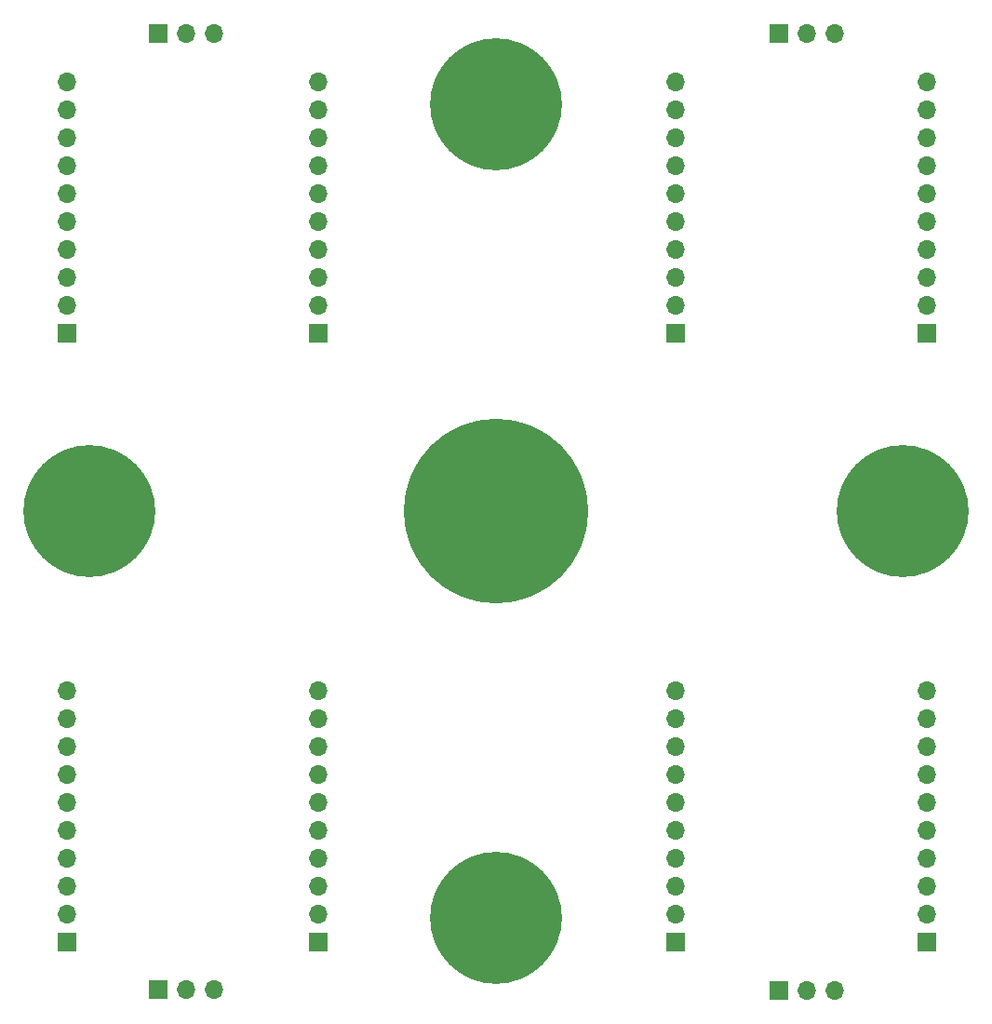
<source format=gbr>
%TF.GenerationSoftware,KiCad,Pcbnew,7.0.5-0*%
%TF.CreationDate,2023-08-23T15:32:02-04:00*%
%TF.ProjectId,quad_sipm,71756164-5f73-4697-906d-2e6b69636164,6.3*%
%TF.SameCoordinates,Original*%
%TF.FileFunction,Copper,L1,Top*%
%TF.FilePolarity,Positive*%
%FSLAX46Y46*%
G04 Gerber Fmt 4.6, Leading zero omitted, Abs format (unit mm)*
G04 Created by KiCad (PCBNEW 7.0.5-0) date 2023-08-23 15:32:02*
%MOMM*%
%LPD*%
G01*
G04 APERTURE LIST*
%TA.AperFunction,ComponentPad*%
%ADD10C,16.800000*%
%TD*%
%TA.AperFunction,ComponentPad*%
%ADD11C,12.000000*%
%TD*%
%TA.AperFunction,ComponentPad*%
%ADD12R,1.700000X1.700000*%
%TD*%
%TA.AperFunction,ComponentPad*%
%ADD13O,1.700000X1.700000*%
%TD*%
G04 APERTURE END LIST*
D10*
%TO.P,H2,1*%
%TO.N,N/C*%
X100000000Y-100000000D03*
%TD*%
D11*
%TO.P,H3,1*%
%TO.N,N/C*%
X100000000Y-137000000D03*
%TD*%
%TO.P,H4,1*%
%TO.N,N/C*%
X137000000Y-100000000D03*
%TD*%
%TO.P,H5,1*%
%TO.N,N/C*%
X63000000Y-100000000D03*
%TD*%
%TO.P,H1,1*%
%TO.N,N/C*%
X100000000Y-63000000D03*
%TD*%
D12*
%TO.P,J7,1,Pin_1*%
%TO.N,unconnected-(J7-Pin_1-Pad1)*%
X139146000Y-83820000D03*
D13*
%TO.P,J7,2,Pin_2*%
%TO.N,unconnected-(J7-Pin_2-Pad2)*%
X139146000Y-81280000D03*
%TO.P,J7,3,Pin_3*%
%TO.N,unconnected-(J7-Pin_3-Pad3)*%
X139146000Y-78740000D03*
%TO.P,J7,4,Pin_4*%
%TO.N,unconnected-(J7-Pin_4-Pad4)*%
X139146000Y-76200000D03*
%TO.P,J7,5,Pin_5*%
%TO.N,Net-(J3-Pin_3)*%
X139146000Y-73660000D03*
%TO.P,J7,6,Pin_6*%
%TO.N,unconnected-(J7-Pin_6-Pad6)*%
X139146000Y-71120000D03*
%TO.P,J7,7,Pin_7*%
%TO.N,unconnected-(J7-Pin_7-Pad7)*%
X139146000Y-68580000D03*
%TO.P,J7,8,Pin_8*%
%TO.N,unconnected-(J7-Pin_8-Pad8)*%
X139146000Y-66040000D03*
%TO.P,J7,9,Pin_9*%
%TO.N,unconnected-(J7-Pin_9-Pad9)*%
X139146000Y-63500000D03*
%TO.P,J7,10,Pin_10*%
%TO.N,unconnected-(J7-Pin_10-Pad10)*%
X139146000Y-60960000D03*
D12*
%TO.P,J7,11,Pin_1*%
%TO.N,unconnected-(J7-Pin_1-Pad11)*%
X116286000Y-83820000D03*
D13*
%TO.P,J7,12,Pin_2*%
%TO.N,unconnected-(J7-Pin_2-Pad12)*%
X116286000Y-81280000D03*
%TO.P,J7,13,Pin_3*%
%TO.N,unconnected-(J7-Pin_3-Pad13)*%
X116286000Y-78740000D03*
%TO.P,J7,14,Pin_4*%
%TO.N,unconnected-(J7-Pin_4-Pad14)*%
X116286000Y-76200000D03*
%TO.P,J7,15,Pin_5*%
%TO.N,Net-(J7-Pin_5-Pad15)*%
X116286000Y-73660000D03*
%TO.P,J7,16,Pin_6*%
%TO.N,unconnected-(J7-Pin_6-Pad16)*%
X116286000Y-71120000D03*
%TO.P,J7,17,Pin_7*%
%TO.N,unconnected-(J7-Pin_7-Pad17)*%
X116286000Y-68580000D03*
%TO.P,J7,18,Pin_8*%
%TO.N,unconnected-(J7-Pin_8-Pad18)*%
X116286000Y-66040000D03*
%TO.P,J7,19,Pin_9*%
%TO.N,unconnected-(J7-Pin_9-Pad19)*%
X116286000Y-63500000D03*
%TO.P,J7,20,Pin_10*%
%TO.N,unconnected-(J7-Pin_10-Pad20)*%
X116286000Y-60960000D03*
%TD*%
D12*
%TO.P,J8,1,Pin_1*%
%TO.N,unconnected-(J8-Pin_1-Pad1)*%
X83774000Y-83820000D03*
D13*
%TO.P,J8,2,Pin_2*%
%TO.N,unconnected-(J8-Pin_2-Pad2)*%
X83774000Y-81280000D03*
%TO.P,J8,3,Pin_3*%
%TO.N,unconnected-(J8-Pin_3-Pad3)*%
X83774000Y-78740000D03*
%TO.P,J8,4,Pin_4*%
%TO.N,unconnected-(J8-Pin_4-Pad4)*%
X83774000Y-76200000D03*
%TO.P,J8,5,Pin_5*%
%TO.N,Net-(J4-Pin_3)*%
X83774000Y-73660000D03*
%TO.P,J8,6,Pin_6*%
%TO.N,unconnected-(J8-Pin_6-Pad6)*%
X83774000Y-71120000D03*
%TO.P,J8,7,Pin_7*%
%TO.N,unconnected-(J8-Pin_7-Pad7)*%
X83774000Y-68580000D03*
%TO.P,J8,8,Pin_8*%
%TO.N,unconnected-(J8-Pin_8-Pad8)*%
X83774000Y-66040000D03*
%TO.P,J8,9,Pin_9*%
%TO.N,unconnected-(J8-Pin_9-Pad9)*%
X83774000Y-63500000D03*
%TO.P,J8,10,Pin_10*%
%TO.N,unconnected-(J8-Pin_10-Pad10)*%
X83774000Y-60960000D03*
D12*
%TO.P,J8,11,Pin_1*%
%TO.N,unconnected-(J8-Pin_1-Pad11)*%
X60914000Y-83820000D03*
D13*
%TO.P,J8,12,Pin_2*%
%TO.N,unconnected-(J8-Pin_2-Pad12)*%
X60914000Y-81280000D03*
%TO.P,J8,13,Pin_3*%
%TO.N,unconnected-(J8-Pin_3-Pad13)*%
X60914000Y-78740000D03*
%TO.P,J8,14,Pin_4*%
%TO.N,unconnected-(J8-Pin_4-Pad14)*%
X60914000Y-76200000D03*
%TO.P,J8,15,Pin_5*%
%TO.N,Net-(J8-Pin_5-Pad15)*%
X60914000Y-73660000D03*
%TO.P,J8,16,Pin_6*%
%TO.N,unconnected-(J8-Pin_6-Pad16)*%
X60914000Y-71120000D03*
%TO.P,J8,17,Pin_7*%
%TO.N,unconnected-(J8-Pin_7-Pad17)*%
X60914000Y-68580000D03*
%TO.P,J8,18,Pin_8*%
%TO.N,unconnected-(J8-Pin_8-Pad18)*%
X60914000Y-66040000D03*
%TO.P,J8,19,Pin_9*%
%TO.N,unconnected-(J8-Pin_9-Pad19)*%
X60914000Y-63500000D03*
%TO.P,J8,20,Pin_10*%
%TO.N,unconnected-(J8-Pin_10-Pad20)*%
X60914000Y-60960000D03*
%TD*%
D12*
%TO.P,J6,1,Pin_1*%
%TO.N,unconnected-(J6-Pin_1-Pad1)*%
X83774000Y-139192000D03*
D13*
%TO.P,J6,2,Pin_2*%
%TO.N,unconnected-(J6-Pin_2-Pad2)*%
X83774000Y-136652000D03*
%TO.P,J6,3,Pin_3*%
%TO.N,unconnected-(J6-Pin_3-Pad3)*%
X83774000Y-134112000D03*
%TO.P,J6,4,Pin_4*%
%TO.N,unconnected-(J6-Pin_4-Pad4)*%
X83774000Y-131572000D03*
%TO.P,J6,5,Pin_5*%
%TO.N,Net-(J2-Pin_3)*%
X83774000Y-129032000D03*
%TO.P,J6,6,Pin_6*%
%TO.N,unconnected-(J6-Pin_6-Pad6)*%
X83774000Y-126492000D03*
%TO.P,J6,7,Pin_7*%
%TO.N,unconnected-(J6-Pin_7-Pad7)*%
X83774000Y-123952000D03*
%TO.P,J6,8,Pin_8*%
%TO.N,unconnected-(J6-Pin_8-Pad8)*%
X83774000Y-121412000D03*
%TO.P,J6,9,Pin_9*%
%TO.N,unconnected-(J6-Pin_9-Pad9)*%
X83774000Y-118872000D03*
%TO.P,J6,10,Pin_10*%
%TO.N,unconnected-(J6-Pin_10-Pad10)*%
X83774000Y-116332000D03*
D12*
%TO.P,J6,11,Pin_1*%
%TO.N,unconnected-(J6-Pin_1-Pad11)*%
X60914000Y-139192000D03*
D13*
%TO.P,J6,12,Pin_2*%
%TO.N,unconnected-(J6-Pin_2-Pad12)*%
X60914000Y-136652000D03*
%TO.P,J6,13,Pin_3*%
%TO.N,unconnected-(J6-Pin_3-Pad13)*%
X60914000Y-134112000D03*
%TO.P,J6,14,Pin_4*%
%TO.N,unconnected-(J6-Pin_4-Pad14)*%
X60914000Y-131572000D03*
%TO.P,J6,15,Pin_5*%
%TO.N,Net-(J6-Pin_5-Pad15)*%
X60914000Y-129032000D03*
%TO.P,J6,16,Pin_6*%
%TO.N,unconnected-(J6-Pin_6-Pad16)*%
X60914000Y-126492000D03*
%TO.P,J6,17,Pin_7*%
%TO.N,unconnected-(J6-Pin_7-Pad17)*%
X60914000Y-123952000D03*
%TO.P,J6,18,Pin_8*%
%TO.N,unconnected-(J6-Pin_8-Pad18)*%
X60914000Y-121412000D03*
%TO.P,J6,19,Pin_9*%
%TO.N,unconnected-(J6-Pin_9-Pad19)*%
X60914000Y-118872000D03*
%TO.P,J6,20,Pin_10*%
%TO.N,unconnected-(J6-Pin_10-Pad20)*%
X60914000Y-116332000D03*
%TD*%
D12*
%TO.P,J5,1,Pin_1*%
%TO.N,unconnected-(J5-Pin_1-Pad1)*%
X139146000Y-139192000D03*
D13*
%TO.P,J5,2,Pin_2*%
%TO.N,unconnected-(J5-Pin_2-Pad2)*%
X139146000Y-136652000D03*
%TO.P,J5,3,Pin_3*%
%TO.N,unconnected-(J5-Pin_3-Pad3)*%
X139146000Y-134112000D03*
%TO.P,J5,4,Pin_4*%
%TO.N,unconnected-(J5-Pin_4-Pad4)*%
X139146000Y-131572000D03*
%TO.P,J5,5,Pin_5*%
%TO.N,Net-(J1-Pin_3)*%
X139146000Y-129032000D03*
%TO.P,J5,6,Pin_6*%
%TO.N,unconnected-(J5-Pin_6-Pad6)*%
X139146000Y-126492000D03*
%TO.P,J5,7,Pin_7*%
%TO.N,unconnected-(J5-Pin_7-Pad7)*%
X139146000Y-123952000D03*
%TO.P,J5,8,Pin_8*%
%TO.N,unconnected-(J5-Pin_8-Pad8)*%
X139146000Y-121412000D03*
%TO.P,J5,9,Pin_9*%
%TO.N,unconnected-(J5-Pin_9-Pad9)*%
X139146000Y-118872000D03*
%TO.P,J5,10,Pin_10*%
%TO.N,unconnected-(J5-Pin_10-Pad10)*%
X139146000Y-116332000D03*
D12*
%TO.P,J5,11,Pin_1*%
%TO.N,unconnected-(J5-Pin_1-Pad11)*%
X116286000Y-139192000D03*
D13*
%TO.P,J5,12,Pin_2*%
%TO.N,unconnected-(J5-Pin_2-Pad12)*%
X116286000Y-136652000D03*
%TO.P,J5,13,Pin_3*%
%TO.N,unconnected-(J5-Pin_3-Pad13)*%
X116286000Y-134112000D03*
%TO.P,J5,14,Pin_4*%
%TO.N,unconnected-(J5-Pin_4-Pad14)*%
X116286000Y-131572000D03*
%TO.P,J5,15,Pin_5*%
%TO.N,Net-(J5-Pin_5-Pad15)*%
X116286000Y-129032000D03*
%TO.P,J5,16,Pin_6*%
%TO.N,unconnected-(J5-Pin_6-Pad16)*%
X116286000Y-126492000D03*
%TO.P,J5,17,Pin_7*%
%TO.N,unconnected-(J5-Pin_7-Pad17)*%
X116286000Y-123952000D03*
%TO.P,J5,18,Pin_8*%
%TO.N,unconnected-(J5-Pin_8-Pad18)*%
X116286000Y-121412000D03*
%TO.P,J5,19,Pin_9*%
%TO.N,unconnected-(J5-Pin_9-Pad19)*%
X116286000Y-118872000D03*
%TO.P,J5,20,Pin_10*%
%TO.N,unconnected-(J5-Pin_10-Pad20)*%
X116286000Y-116332000D03*
%TD*%
D12*
%TO.P,J1,1,Pin_1*%
%TO.N,Net-(J1-Pin_1)*%
X125685000Y-143555000D03*
D13*
%TO.P,J1,2,Pin_2*%
%TO.N,Net-(J1-Pin_2)*%
X128225000Y-143555000D03*
%TO.P,J1,3,Pin_3*%
%TO.N,Net-(J1-Pin_3)*%
X130765000Y-143555000D03*
%TD*%
D12*
%TO.P,J3,1,Pin_1*%
%TO.N,Net-(J3-Pin_1)*%
X125685000Y-56560000D03*
D13*
%TO.P,J3,2,Pin_2*%
%TO.N,Net-(J3-Pin_2)*%
X128225000Y-56560000D03*
%TO.P,J3,3,Pin_3*%
%TO.N,Net-(J3-Pin_3)*%
X130765000Y-56560000D03*
%TD*%
D12*
%TO.P,J4,1,Pin_1*%
%TO.N,Net-(J4-Pin_1)*%
X69215000Y-56515000D03*
D13*
%TO.P,J4,2,Pin_2*%
%TO.N,Net-(J4-Pin_2)*%
X71755000Y-56515000D03*
%TO.P,J4,3,Pin_3*%
%TO.N,Net-(J4-Pin_3)*%
X74295000Y-56515000D03*
%TD*%
D12*
%TO.P,J2,1,Pin_1*%
%TO.N,Net-(J2-Pin_1)*%
X69215000Y-143510000D03*
D13*
%TO.P,J2,2,Pin_2*%
%TO.N,Net-(J2-Pin_2)*%
X71755000Y-143510000D03*
%TO.P,J2,3,Pin_3*%
%TO.N,Net-(J2-Pin_3)*%
X74295000Y-143510000D03*
%TD*%
M02*

</source>
